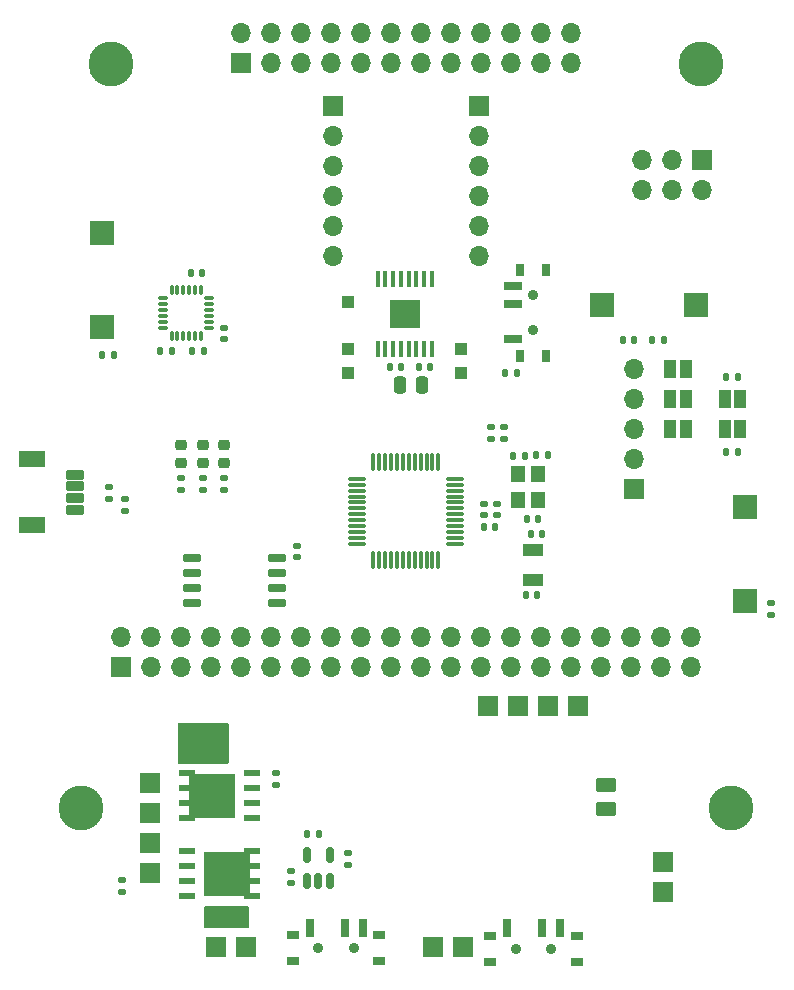
<source format=gts>
%TF.GenerationSoftware,KiCad,Pcbnew,(6.0.0-0)*%
%TF.CreationDate,2022-06-02T03:35:05+02:00*%
%TF.ProjectId,Zumo_PiZero,5a756d6f-5f50-4695-9a65-726f2e6b6963,rev?*%
%TF.SameCoordinates,Original*%
%TF.FileFunction,Soldermask,Top*%
%TF.FilePolarity,Negative*%
%FSLAX46Y46*%
G04 Gerber Fmt 4.6, Leading zero omitted, Abs format (unit mm)*
G04 Created by KiCad (PCBNEW (6.0.0-0)) date 2022-06-02 03:35:05*
%MOMM*%
%LPD*%
G01*
G04 APERTURE LIST*
G04 Aperture macros list*
%AMRoundRect*
0 Rectangle with rounded corners*
0 $1 Rounding radius*
0 $2 $3 $4 $5 $6 $7 $8 $9 X,Y pos of 4 corners*
0 Add a 4 corners polygon primitive as box body*
4,1,4,$2,$3,$4,$5,$6,$7,$8,$9,$2,$3,0*
0 Add four circle primitives for the rounded corners*
1,1,$1+$1,$2,$3*
1,1,$1+$1,$4,$5*
1,1,$1+$1,$6,$7*
1,1,$1+$1,$8,$9*
0 Add four rect primitives between the rounded corners*
20,1,$1+$1,$2,$3,$4,$5,0*
20,1,$1+$1,$4,$5,$6,$7,0*
20,1,$1+$1,$6,$7,$8,$9,0*
20,1,$1+$1,$8,$9,$2,$3,0*%
G04 Aperture macros list end*
%ADD10RoundRect,0.150000X-0.650000X-0.150000X0.650000X-0.150000X0.650000X0.150000X-0.650000X0.150000X0*%
%ADD11RoundRect,0.135000X-0.185000X0.135000X-0.185000X-0.135000X0.185000X-0.135000X0.185000X0.135000X0*%
%ADD12R,1.700000X1.700000*%
%ADD13RoundRect,0.250000X-0.625000X0.350000X-0.625000X-0.350000X0.625000X-0.350000X0.625000X0.350000X0*%
%ADD14C,3.800000*%
%ADD15RoundRect,0.140000X-0.140000X-0.170000X0.140000X-0.170000X0.140000X0.170000X-0.140000X0.170000X0*%
%ADD16RoundRect,0.135000X0.135000X0.185000X-0.135000X0.185000X-0.135000X-0.185000X0.135000X-0.185000X0*%
%ADD17RoundRect,0.101600X-0.674370X0.299720X-0.674370X-0.299720X0.674370X-0.299720X0.674370X0.299720X0*%
%ADD18RoundRect,0.101600X-0.999490X0.599440X-0.999490X-0.599440X0.999490X-0.599440X0.999490X0.599440X0*%
%ADD19R,0.449999X1.400000*%
%ADD20R,2.560000X2.460000*%
%ADD21RoundRect,0.140000X0.170000X-0.140000X0.170000X0.140000X-0.170000X0.140000X-0.170000X-0.140000X0*%
%ADD22RoundRect,0.140000X0.140000X0.170000X-0.140000X0.170000X-0.140000X-0.170000X0.140000X-0.170000X0*%
%ADD23R,1.200000X1.400000*%
%ADD24R,2.000000X2.000000*%
%ADD25O,1.700000X1.700000*%
%ADD26RoundRect,0.150000X0.150000X-0.512500X0.150000X0.512500X-0.150000X0.512500X-0.150000X-0.512500X0*%
%ADD27R,1.420000X0.610000*%
%ADD28R,3.910000X3.750000*%
%ADD29RoundRect,0.250000X-0.250000X-0.475000X0.250000X-0.475000X0.250000X0.475000X-0.250000X0.475000X0*%
%ADD30RoundRect,0.140000X-0.170000X0.140000X-0.170000X-0.140000X0.170000X-0.140000X0.170000X0.140000X0*%
%ADD31R,1.000000X1.000000*%
%ADD32C,0.900000*%
%ADD33R,1.000000X0.800000*%
%ADD34R,0.700000X1.500000*%
%ADD35RoundRect,0.135000X-0.135000X-0.185000X0.135000X-0.185000X0.135000X0.185000X-0.135000X0.185000X0*%
%ADD36RoundRect,0.135000X0.185000X-0.135000X0.185000X0.135000X-0.185000X0.135000X-0.185000X-0.135000X0*%
%ADD37RoundRect,0.218750X-0.256250X0.218750X-0.256250X-0.218750X0.256250X-0.218750X0.256250X0.218750X0*%
%ADD38RoundRect,0.075000X0.662500X0.075000X-0.662500X0.075000X-0.662500X-0.075000X0.662500X-0.075000X0*%
%ADD39RoundRect,0.075000X0.075000X0.662500X-0.075000X0.662500X-0.075000X-0.662500X0.075000X-0.662500X0*%
%ADD40RoundRect,0.075000X-0.350000X-0.075000X0.350000X-0.075000X0.350000X0.075000X-0.350000X0.075000X0*%
%ADD41RoundRect,0.075000X0.075000X-0.350000X0.075000X0.350000X-0.075000X0.350000X-0.075000X-0.350000X0*%
%ADD42R,1.000000X1.500000*%
%ADD43R,1.800000X1.000000*%
%ADD44R,0.800000X1.000000*%
%ADD45R,1.500000X0.700000*%
G04 APERTURE END LIST*
D10*
%TO.C,U6*%
X94922000Y-108213000D03*
X94922000Y-109483000D03*
X94922000Y-110753000D03*
X94922000Y-112023000D03*
X102122000Y-112023000D03*
X102122000Y-110753000D03*
X102122000Y-109483000D03*
X102122000Y-108213000D03*
%TD*%
D11*
%TO.C,R1*%
X89000000Y-135500000D03*
X89000000Y-136520000D03*
%TD*%
%TO.C,R11*%
X121349000Y-97173000D03*
X121349000Y-98193000D03*
%TD*%
D12*
%TO.C,U1*%
X134750000Y-136495000D03*
X134750000Y-133955000D03*
D13*
X129950000Y-129495000D03*
X129950000Y-127495000D03*
D12*
X127580000Y-120795000D03*
X125040000Y-120795000D03*
X122500000Y-120795000D03*
X119960000Y-120795000D03*
X91300000Y-127293000D03*
X91300000Y-129833000D03*
X91300000Y-132373000D03*
X91300000Y-134913000D03*
X96960000Y-141195000D03*
X99500000Y-141195000D03*
X115300000Y-141195000D03*
X117840000Y-141195000D03*
%TD*%
D14*
%TO.C,H1*%
X88000000Y-66400000D03*
%TD*%
%TO.C,H3*%
X140500000Y-129400000D03*
%TD*%
D11*
%TO.C,R7*%
X143957000Y-112049000D03*
X143957000Y-113069000D03*
%TD*%
D14*
%TO.C,H2*%
X138000000Y-66400000D03*
%TD*%
D15*
%TO.C,C5*%
X123163993Y-111403940D03*
X124123993Y-111403940D03*
%TD*%
%TO.C,C18*%
X114080000Y-92104999D03*
X115040000Y-92104999D03*
%TD*%
D16*
%TO.C,R6*%
X141160000Y-92919000D03*
X140140000Y-92919000D03*
%TD*%
D17*
%TO.C,J4*%
X85013285Y-101185400D03*
X85013285Y-102186160D03*
X85013285Y-103181840D03*
X85013285Y-104182600D03*
D18*
X81340445Y-105483080D03*
X81340445Y-99884920D03*
%TD*%
D19*
%TO.C,U7*%
X115174999Y-84625001D03*
X114524998Y-84625001D03*
X113874999Y-84625001D03*
X113224998Y-84625001D03*
X112574999Y-84625001D03*
X111924998Y-84625001D03*
X111274999Y-84625001D03*
X110624998Y-84625001D03*
X110624998Y-90525002D03*
X111274999Y-90525002D03*
X111924998Y-90525002D03*
X112574999Y-90525002D03*
X113224998Y-90525002D03*
X113874999Y-90525002D03*
X114524998Y-90525002D03*
X115174999Y-90525002D03*
D20*
X112900000Y-87575000D03*
%TD*%
D21*
%TO.C,C16*%
X103822000Y-108206000D03*
X103822000Y-107246000D03*
%TD*%
%TO.C,C1*%
X103250000Y-135750000D03*
X103250000Y-134790000D03*
%TD*%
D11*
%TO.C,R15*%
X95800000Y-101490000D03*
X95800000Y-102510000D03*
%TD*%
D22*
%TO.C,C12*%
X93175000Y-90747000D03*
X92215000Y-90747000D03*
%TD*%
D23*
%TO.C,Y1*%
X124205521Y-103376790D03*
X124205521Y-101176790D03*
X122505521Y-101176790D03*
X122505521Y-103376790D03*
%TD*%
D24*
%TO.C,SW3*%
X129603000Y-86855000D03*
X137603000Y-86855000D03*
%TD*%
D11*
%TO.C,R14*%
X94000000Y-101490000D03*
X94000000Y-102510000D03*
%TD*%
D22*
%TO.C,C9*%
X124513608Y-106254082D03*
X123553608Y-106254082D03*
%TD*%
D12*
%TO.C,J5*%
X106801000Y-69983000D03*
D25*
X106801000Y-72523000D03*
X106801000Y-75063000D03*
X106801000Y-77603000D03*
X106801000Y-80143000D03*
X106801000Y-82683000D03*
%TD*%
D26*
%TO.C,U2*%
X104650000Y-135637500D03*
X105600000Y-135637500D03*
X106550000Y-135637500D03*
X106550000Y-133362500D03*
X104650000Y-133362500D03*
%TD*%
D27*
%TO.C,D1*%
X94470000Y-133095000D03*
X94470000Y-134365000D03*
X94470000Y-135635000D03*
X94470000Y-136905000D03*
X99960000Y-136905000D03*
X99960000Y-135630000D03*
X99960000Y-134365000D03*
X99960000Y-133095000D03*
D28*
X97875000Y-135000000D03*
%TD*%
D29*
%TO.C,C17*%
X112500000Y-93641999D03*
X114400000Y-93641999D03*
%TD*%
D12*
%TO.C,J6*%
X119199000Y-69983000D03*
D25*
X119199000Y-72523000D03*
X119199000Y-75063000D03*
X119199000Y-77603000D03*
X119199000Y-80143000D03*
X119199000Y-82683000D03*
%TD*%
D30*
%TO.C,C13*%
X97608000Y-88738000D03*
X97608000Y-89698000D03*
%TD*%
D15*
%TO.C,C7*%
X124057097Y-99570692D03*
X125017097Y-99570692D03*
%TD*%
D31*
%TO.C,TP3*%
X117675000Y-90525000D03*
%TD*%
D15*
%TO.C,C19*%
X111629000Y-92110999D03*
X112589000Y-92110999D03*
%TD*%
D32*
%TO.C,SW2*%
X125300000Y-141330000D03*
X122300000Y-141330000D03*
D33*
X127450000Y-142430000D03*
X120150000Y-142430000D03*
X120150000Y-140220000D03*
X127450000Y-140220000D03*
D34*
X121550000Y-139570000D03*
X124550000Y-139570000D03*
X126050000Y-139570000D03*
%TD*%
D35*
%TO.C,R13*%
X121380000Y-92550000D03*
X122400000Y-92550000D03*
%TD*%
D24*
%TO.C,SW4*%
X141756000Y-111913000D03*
X141756000Y-103913000D03*
%TD*%
D22*
%TO.C,C4*%
X132333000Y-89784000D03*
X131373000Y-89784000D03*
%TD*%
D36*
%TO.C,R2*%
X102000000Y-127510000D03*
X102000000Y-126490000D03*
%TD*%
D16*
%TO.C,R5*%
X141160000Y-99269000D03*
X140140000Y-99269000D03*
%TD*%
D22*
%TO.C,C6*%
X124206000Y-104967000D03*
X123246000Y-104967000D03*
%TD*%
D37*
%TO.C,D5*%
X97600000Y-98675000D03*
X97600000Y-100250000D03*
%TD*%
D38*
%TO.C,U5*%
X117162500Y-107050000D03*
X117162500Y-106550000D03*
X117162500Y-106050000D03*
X117162500Y-105550000D03*
X117162500Y-105050000D03*
X117162500Y-104550000D03*
X117162500Y-104050000D03*
X117162500Y-103550000D03*
X117162500Y-103050000D03*
X117162500Y-102550000D03*
X117162500Y-102050000D03*
X117162500Y-101550000D03*
D39*
X115750000Y-100137500D03*
X115250000Y-100137500D03*
X114750000Y-100137500D03*
X114250000Y-100137500D03*
X113750000Y-100137500D03*
X113250000Y-100137500D03*
X112750000Y-100137500D03*
X112250000Y-100137500D03*
X111750000Y-100137500D03*
X111250000Y-100137500D03*
X110750000Y-100137500D03*
X110250000Y-100137500D03*
D38*
X108837500Y-101550000D03*
X108837500Y-102050000D03*
X108837500Y-102550000D03*
X108837500Y-103050000D03*
X108837500Y-103550000D03*
X108837500Y-104050000D03*
X108837500Y-104550000D03*
X108837500Y-105050000D03*
X108837500Y-105550000D03*
X108837500Y-106050000D03*
X108837500Y-106550000D03*
X108837500Y-107050000D03*
D39*
X110250000Y-108462500D03*
X110750000Y-108462500D03*
X111250000Y-108462500D03*
X111750000Y-108462500D03*
X112250000Y-108462500D03*
X112750000Y-108462500D03*
X113250000Y-108462500D03*
X113750000Y-108462500D03*
X114250000Y-108462500D03*
X114750000Y-108462500D03*
X115250000Y-108462500D03*
X115750000Y-108462500D03*
%TD*%
D35*
%TO.C,R8*%
X87280000Y-91100000D03*
X88300000Y-91100000D03*
%TD*%
D36*
%TO.C,R12*%
X120247000Y-98182000D03*
X120247000Y-97162000D03*
%TD*%
D40*
%TO.C,U4*%
X92466000Y-86244000D03*
X92466000Y-86744000D03*
X92466000Y-87244000D03*
X92466000Y-87744000D03*
X92466000Y-88244000D03*
X92466000Y-88744000D03*
D41*
X93166000Y-89444000D03*
X93666000Y-89444000D03*
X94166000Y-89444000D03*
X94666000Y-89444000D03*
X95166000Y-89444000D03*
X95666000Y-89444000D03*
D40*
X96366000Y-88744000D03*
X96366000Y-88244000D03*
X96366000Y-87744000D03*
X96366000Y-87244000D03*
X96366000Y-86744000D03*
X96366000Y-86244000D03*
D41*
X95666000Y-85544000D03*
X95166000Y-85544000D03*
X94666000Y-85544000D03*
X94166000Y-85544000D03*
X93666000Y-85544000D03*
X93166000Y-85544000D03*
%TD*%
D12*
%TO.C,J2*%
X138065000Y-74583000D03*
D25*
X138065000Y-77123000D03*
X135525000Y-74583000D03*
X135525000Y-77123000D03*
X132985000Y-74583000D03*
X132985000Y-77123000D03*
%TD*%
D22*
%TO.C,C15*%
X95750000Y-84150000D03*
X94790000Y-84150000D03*
%TD*%
D32*
%TO.C,SW1*%
X108600000Y-141300000D03*
D33*
X110750000Y-142400000D03*
X103450000Y-140190000D03*
D32*
X105600000Y-141300000D03*
D33*
X110750000Y-140190000D03*
X103450000Y-142400000D03*
D34*
X104850000Y-139540000D03*
X107850000Y-139540000D03*
X109350000Y-139540000D03*
%TD*%
D42*
%TO.C,JP5*%
X136685000Y-92284000D03*
X135385000Y-92284000D03*
%TD*%
%TO.C,JP1*%
X140000000Y-97364000D03*
X141300000Y-97364000D03*
%TD*%
D21*
%TO.C,C8*%
X120682500Y-104630000D03*
X120682500Y-103670000D03*
%TD*%
D14*
%TO.C,H4*%
X85500000Y-129400000D03*
%TD*%
D12*
%TO.C,U3*%
X88870000Y-117474000D03*
D25*
X88870000Y-114934000D03*
X91410000Y-117474000D03*
X91410000Y-114934000D03*
X93950000Y-117474000D03*
X93950000Y-114934000D03*
X96490000Y-117474000D03*
X96490000Y-114934000D03*
X99030000Y-117474000D03*
X99030000Y-114934000D03*
X101570000Y-117474000D03*
X101570000Y-114934000D03*
X104110000Y-117474000D03*
X104110000Y-114934000D03*
X106650000Y-117474000D03*
X106650000Y-114934000D03*
X109190000Y-117474000D03*
X109190000Y-114934000D03*
X111730000Y-117474000D03*
X111730000Y-114934000D03*
X114270000Y-117474000D03*
X114270000Y-114934000D03*
X116810000Y-117474000D03*
X116810000Y-114934000D03*
X119350000Y-117474000D03*
X119350000Y-114934000D03*
X121890000Y-117474000D03*
X121890000Y-114934000D03*
X124430000Y-117474000D03*
X124430000Y-114934000D03*
X126970000Y-117474000D03*
X126970000Y-114934000D03*
X129510000Y-117474000D03*
X129510000Y-114934000D03*
X132050000Y-117474000D03*
X132050000Y-114934000D03*
X134590000Y-117474000D03*
X134590000Y-114934000D03*
X137130000Y-117474000D03*
X137130000Y-114934000D03*
%TD*%
D30*
%TO.C,C2*%
X108100000Y-133250000D03*
X108100000Y-134210000D03*
%TD*%
D27*
%TO.C,D2*%
X99994500Y-130300036D03*
X99994500Y-129030036D03*
X99994500Y-127760036D03*
X99994500Y-126490036D03*
X94504500Y-126490036D03*
X94504500Y-127765036D03*
X94504500Y-129030036D03*
X94504500Y-130300036D03*
D28*
X96589500Y-128395036D03*
%TD*%
D43*
%TO.C,Y2*%
X123784000Y-110073000D03*
X123784000Y-107573000D03*
%TD*%
D42*
%TO.C,JP4*%
X136685000Y-94824000D03*
X135385000Y-94824000D03*
%TD*%
D12*
%TO.C,J3*%
X132333000Y-102444000D03*
D25*
X132333000Y-99904000D03*
X132333000Y-97364000D03*
X132333000Y-94824000D03*
X132333000Y-92284000D03*
%TD*%
D11*
%TO.C,R9*%
X87879000Y-102219000D03*
X87879000Y-103239000D03*
%TD*%
D35*
%TO.C,R3*%
X133812000Y-89784000D03*
X134832000Y-89784000D03*
%TD*%
D31*
%TO.C,TP2*%
X108125000Y-92625000D03*
%TD*%
D37*
%TO.C,D3*%
X94000000Y-98675000D03*
X94000000Y-100250000D03*
%TD*%
D31*
%TO.C,TP1*%
X117675000Y-92625000D03*
%TD*%
D42*
%TO.C,JP2*%
X140000000Y-94824000D03*
X141300000Y-94824000D03*
%TD*%
D31*
%TO.C,TP4*%
X108125000Y-90525000D03*
%TD*%
D21*
%TO.C,C10*%
X119620000Y-104630000D03*
X119620000Y-103670000D03*
%TD*%
D44*
%TO.C,SW6*%
X122694000Y-91133000D03*
X124904000Y-83833000D03*
X122694000Y-83833000D03*
D32*
X123804000Y-85983000D03*
X123804000Y-88983000D03*
D44*
X124904000Y-91133000D03*
D45*
X122044000Y-89733000D03*
X122044000Y-86733000D03*
X122044000Y-85233000D03*
%TD*%
D31*
%TO.C,TP5*%
X108125000Y-86600000D03*
%TD*%
D24*
%TO.C,SW5*%
X87300000Y-88700000D03*
X87300000Y-80700000D03*
%TD*%
D15*
%TO.C,C14*%
X94918000Y-90703000D03*
X95878000Y-90703000D03*
%TD*%
D11*
%TO.C,R10*%
X89189000Y-103217000D03*
X89189000Y-104237000D03*
%TD*%
D15*
%TO.C,C3*%
X104663000Y-131646000D03*
X105623000Y-131646000D03*
%TD*%
D16*
%TO.C,R4*%
X123094068Y-99582006D03*
X122074068Y-99582006D03*
%TD*%
D15*
%TO.C,C11*%
X119620000Y-105634000D03*
X120580000Y-105634000D03*
%TD*%
D42*
%TO.C,JP3*%
X136685000Y-97364000D03*
X135385000Y-97364000D03*
%TD*%
D11*
%TO.C,R16*%
X97600000Y-101490000D03*
X97600000Y-102510000D03*
%TD*%
D37*
%TO.C,D4*%
X95800000Y-98675000D03*
X95800000Y-100250000D03*
%TD*%
D12*
%TO.C,J1*%
X99030000Y-66350000D03*
D25*
X99030000Y-63810000D03*
X101570000Y-66350000D03*
X101570000Y-63810000D03*
X104110000Y-66350000D03*
X104110000Y-63810000D03*
X106650000Y-66350000D03*
X106650000Y-63810000D03*
X109190000Y-66350000D03*
X109190000Y-63810000D03*
X111730000Y-66350000D03*
X111730000Y-63810000D03*
X114270000Y-66350000D03*
X114270000Y-63810000D03*
X116810000Y-66350000D03*
X116810000Y-63810000D03*
X119350000Y-66350000D03*
X119350000Y-63810000D03*
X121890000Y-66350000D03*
X121890000Y-63810000D03*
X124430000Y-66350000D03*
X124430000Y-63810000D03*
X126970000Y-66350000D03*
X126970000Y-63810000D03*
%TD*%
G36*
X97942121Y-122220002D02*
G01*
X97988614Y-122273658D01*
X98000000Y-122326000D01*
X98000000Y-125574000D01*
X97979998Y-125642121D01*
X97926342Y-125688614D01*
X97874000Y-125700000D01*
X93826000Y-125700000D01*
X93757879Y-125679998D01*
X93711386Y-125626342D01*
X93700000Y-125574000D01*
X93700000Y-122326000D01*
X93720002Y-122257879D01*
X93773658Y-122211386D01*
X93826000Y-122200000D01*
X97874000Y-122200000D01*
X97942121Y-122220002D01*
G37*
G36*
X99642121Y-137720002D02*
G01*
X99688614Y-137773658D01*
X99700000Y-137826000D01*
X99700000Y-139474000D01*
X99679998Y-139542121D01*
X99626342Y-139588614D01*
X99574000Y-139600000D01*
X96026000Y-139600000D01*
X95957879Y-139579998D01*
X95911386Y-139526342D01*
X95900000Y-139474000D01*
X95900000Y-137826000D01*
X95920002Y-137757879D01*
X95973658Y-137711386D01*
X96026000Y-137700000D01*
X99574000Y-137700000D01*
X99642121Y-137720002D01*
G37*
M02*

</source>
